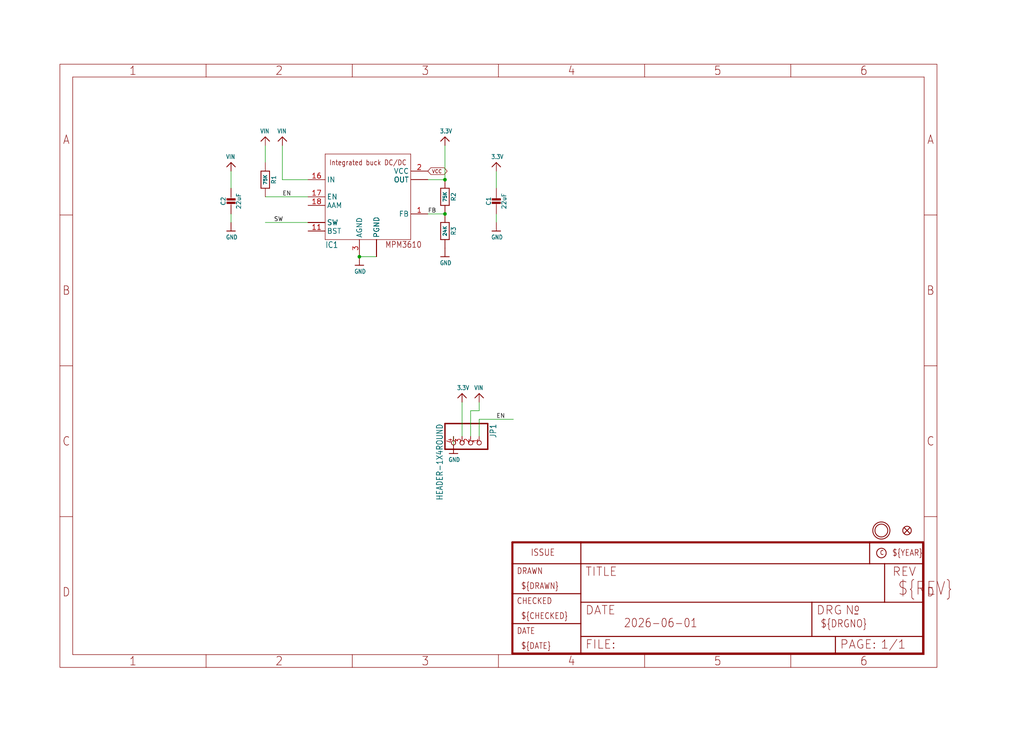
<source format=kicad_sch>
(kicad_sch (version 20250114) (generator "eeschema") (generator_version "9.0")
  (paper "User" 303.962 217.322)
  (lib_symbols
    (symbol "Adafruit MPM3610-eagle-import:3.3V" (power)
      (symbol "3.3V_1_0"
        (polyline (pts (xy -1.27 -1.27) (xy 0 0)) (stroke (width 0.254)))
        (polyline (pts (xy 0 0) (xy 1.27 -1.27)) (stroke (width 0.254)))
        (pin power_in line (at 0 -2.54 90) (length 2.54) (name "3.3V") (number "1"))
      )
    )
    (symbol "Adafruit MPM3610-eagle-import:CAP_CERAMIC0805-NOOUTLINE"
      (property "Reference" "C" (at -2.29 1.25 90))
      (symbol "CAP_CERAMIC0805-NOOUTLINE_1_0"
        (rectangle (start -1.27 1.524) (end 1.27 2.032) (fill (type outline)))
        (rectangle (start -1.27 0.508) (end 1.27 1.016) (fill (type outline)))
        (polyline (pts (xy 0 2.54) (xy 0 1.778)) (stroke (width 0.1524)))
        (polyline (pts (xy 0 0.762) (xy 0 0)) (stroke (width 0.1524)))
        (pin passive line (at 0 5.08 270) (length 2.54) (name "1") (number "1"))
        (pin passive line (at 0 -2.54 90) (length 2.54) (name "2") (number "2"))
      )
    )
    (symbol "Adafruit MPM3610-eagle-import:FIDUCIAL_1MM"
      (symbol "FIDUCIAL_1MM_1_0"
        (polyline (pts (xy -0.762 0.762) (xy 0.762 -0.762)) (stroke (width 0.254)))
        (circle (center 0 0) (radius 1.27) (stroke (width 0.254)))
        (polyline (pts (xy 0.762 0.762) (xy -0.762 -0.762)) (stroke (width 0.254)))
      )
    )
    (symbol "Adafruit MPM3610-eagle-import:FRAME_A4"
      (symbol "FRAME_A4_1_0"
        (polyline (pts (xy 0 179.07) (xy 260.35 179.07) (xy 260.35 0) (xy 0 0) (xy 0 179.07)))
        (polyline (pts (xy 0 134.3025) (xy 3.81 134.3025)))
        (polyline (pts (xy 0 89.535) (xy 3.81 89.535)))
        (polyline (pts (xy 0 44.7675) (xy 3.81 44.7675)))
        (polyline (pts (xy 3.81 175.26) (xy 3.81 3.81)))
        (polyline (pts (xy 43.3917 179.07) (xy 43.3917 175.26)))
        (polyline (pts (xy 43.3917 3.81) (xy 43.3917 0)))
        (polyline (pts (xy 86.7833 179.07) (xy 86.7833 175.26)))
        (polyline (pts (xy 86.7833 3.81) (xy 86.7833 0)))
        (polyline (pts (xy 130.175 179.07) (xy 130.175 175.26)))
        (polyline (pts (xy 130.175 3.81) (xy 130.175 0)))
        (polyline (pts (xy 173.5667 179.07) (xy 173.5667 175.26)))
        (polyline (pts (xy 173.5667 3.81) (xy 173.5667 0)))
        (polyline (pts (xy 216.9583 179.07) (xy 216.9583 175.26)))
        (polyline (pts (xy 216.9583 3.81) (xy 216.9583 0)))
        (polyline (pts (xy 256.54 175.26) (xy 3.81 175.26)))
        (polyline (pts (xy 256.54 175.26) (xy 256.54 3.81)))
        (polyline (pts (xy 256.54 134.3025) (xy 260.35 134.3025)))
        (polyline (pts (xy 256.54 89.535) (xy 260.35 89.535)))
        (polyline (pts (xy 256.54 44.7675) (xy 260.35 44.7675)))
        (polyline (pts (xy 256.54 19.05) (xy 256.54 36.83)) (stroke (width 0.1016)))
        (polyline (pts (xy 256.54 13.97) (xy 256.54 19.05)) (stroke (width 0.1016)))
        (polyline (pts (xy 256.54 8.89) (xy 256.54 13.97)) (stroke (width 0.1016)))
        (polyline (pts (xy 256.54 3.81) (xy 3.81 3.81)))
        (polyline (pts (xy 256.54 3.81) (xy 256.54 8.89)) (stroke (width 0.1016)))
        (text "A" (at 1.905 156.6863 0) (effects (font (size 2.54 2.286))))
        (text "B" (at 1.905 111.9188 0) (effects (font (size 2.54 2.286))))
        (text "C" (at 1.905 67.1513 0) (effects (font (size 2.54 2.286))))
        (text "D" (at 1.905 22.3838 0) (effects (font (size 2.54 2.286))))
        (text "1" (at 21.6958 177.165 0) (effects (font (size 2.54 2.286))))
        (text "1" (at 21.6958 1.905 0) (effects (font (size 2.54 2.286))))
        (text "2" (at 65.0875 177.165 0) (effects (font (size 2.54 2.286))))
        (text "2" (at 65.0875 1.905 0) (effects (font (size 2.54 2.286))))
        (text "3" (at 108.4792 177.165 0) (effects (font (size 2.54 2.286))))
        (text "3" (at 108.4792 1.905 0) (effects (font (size 2.54 2.286))))
        (text "4" (at 151.8708 177.165 0) (effects (font (size 2.54 2.286))))
        (text "4" (at 151.8708 1.905 0) (effects (font (size 2.54 2.286))))
        (text "5" (at 195.2625 177.165 0) (effects (font (size 2.54 2.286))))
        (text "5" (at 195.2625 1.905 0) (effects (font (size 2.54 2.286))))
        (text "6" (at 238.6542 177.165 0) (effects (font (size 2.54 2.286))))
        (text "6" (at 238.6542 1.905 0) (effects (font (size 2.54 2.286))))
        (text "A" (at 258.445 156.6863 0) (effects (font (size 2.54 2.286))))
        (text "B" (at 258.445 111.9188 0) (effects (font (size 2.54 2.286))))
        (text "C" (at 258.445 67.1513 0) (effects (font (size 2.54 2.286))))
        (text "D" (at 258.445 22.3838 0) (effects (font (size 2.54 2.286))))
      )
      (symbol "FRAME_A4_2_0"
        (polyline (pts (xy -0.3048 34.5948) (xy -0.3048 28.2448)) (stroke (width 0.6096)))
        (polyline (pts (xy -0.3048 28.2448) (xy -0.3048 19.3548)) (stroke (width 0.6096)))
        (polyline (pts (xy -0.3048 28.2448) (xy 20.0152 28.2448)) (stroke (width 0.3048)))
        (polyline (pts (xy -0.3048 19.3548) (xy -0.3048 10.4648)) (stroke (width 0.6096)))
        (polyline (pts (xy -0.3048 19.3548) (xy 20.0152 19.3548)) (stroke (width 0.3048)))
        (polyline (pts (xy -0.3048 10.4648) (xy -0.3048 1.5748)) (stroke (width 0.6096)))
        (polyline (pts (xy -0.3048 10.4648) (xy 20.0152 10.4648)) (stroke (width 0.3048)))
        (polyline (pts (xy -0.3048 1.5748) (xy 20.0152 1.5748)) (stroke (width 0.6096)))
        (polyline (pts (xy 20.0152 34.5948) (xy -0.3048 34.5948)) (stroke (width 0.6096)))
        (polyline (pts (xy 20.0152 28.2448) (xy 20.0152 34.5948)) (stroke (width 0.3048)))
        (polyline (pts (xy 20.0152 28.2448) (xy 105.7402 28.2448)) (stroke (width 0.3048)))
        (polyline (pts (xy 20.0152 19.3548) (xy 20.0152 28.2448)) (stroke (width 0.3048)))
        (polyline (pts (xy 20.0152 16.8148) (xy 20.0152 19.3548)) (stroke (width 0.3048)))
        (polyline (pts (xy 20.0152 10.4648) (xy 20.0152 16.8148)) (stroke (width 0.3048)))
        (polyline (pts (xy 20.0152 6.6548) (xy 20.0152 10.4648)) (stroke (width 0.3048)))
        (polyline (pts (xy 20.0152 6.6548) (xy 88.5952 6.6548)) (stroke (width 0.3048)))
        (polyline (pts (xy 20.0152 1.5748) (xy 20.0152 6.6548)) (stroke (width 0.3048)))
        (polyline (pts (xy 20.0152 1.5748) (xy 95.5802 1.5748)) (stroke (width 0.6096)))
        (polyline (pts (xy 88.5952 16.8148) (xy 20.0152 16.8148)) (stroke (width 0.3048)))
        (polyline (pts (xy 88.5952 16.8148) (xy 88.5952 6.6548)) (stroke (width 0.3048)))
        (polyline (pts (xy 88.5952 6.6548) (xy 95.5802 6.6548)) (stroke (width 0.3048)))
        (polyline (pts (xy 95.5802 6.6548) (xy 95.5802 1.5748)) (stroke (width 0.3048)))
        (polyline (pts (xy 95.5802 6.6548) (xy 121.6152 6.6548)) (stroke (width 0.3048)))
        (polyline (pts (xy 95.5802 1.5748) (xy 121.6152 1.5748)) (stroke (width 0.6096)))
        (polyline (pts (xy 101.2952 13.3223) (xy 102.2477 13.3223)) (stroke (width 0.254)))
        (polyline (pts (xy 105.7402 34.5948) (xy 20.0152 34.5948)) (stroke (width 0.6096)))
        (polyline (pts (xy 105.7402 28.2448) (xy 105.7402 34.5948)) (stroke (width 0.3048)))
        (polyline (pts (xy 105.7402 28.2448) (xy 110.1852 28.2448)) (stroke (width 0.3048)))
        (circle (center 109.2327 31.4198) (radius 1.4199) (stroke (width 0.254)))
        (polyline (pts (xy 110.1852 28.2448) (xy 110.1852 16.8148)) (stroke (width 0.3048)))
        (polyline (pts (xy 110.1852 28.2448) (xy 121.6152 28.2448)) (stroke (width 0.3048)))
        (polyline (pts (xy 110.1852 16.8148) (xy 88.5952 16.8148)) (stroke (width 0.3048)))
        (polyline (pts (xy 121.6152 34.5948) (xy 105.7402 34.5948)) (stroke (width 0.6096)))
        (polyline (pts (xy 121.6152 34.5948) (xy 121.6152 28.2448)) (stroke (width 0.6096)))
        (polyline (pts (xy 121.6152 28.2448) (xy 121.6152 16.8148)) (stroke (width 0.6096)))
        (polyline (pts (xy 121.6152 16.8148) (xy 110.1852 16.8148)) (stroke (width 0.3048)))
        (polyline (pts (xy 121.6152 16.8148) (xy 121.6152 6.6548)) (stroke (width 0.6096)))
        (polyline (pts (xy 121.6152 6.6548) (xy 121.6152 1.5748)) (stroke (width 0.6096)))
        (text "DRAWN" (at 0.9652 25.0698 0) (effects (font (size 1.778 1.5113)) (justify left bottom)))
        (text "CHECKED" (at 0.9652 16.1798 0) (effects (font (size 1.778 1.5113)) (justify left bottom)))
        (text "DATE" (at 0.9652 7.2898 0) (effects (font (size 1.778 1.5113)) (justify left bottom)))
        (text "${DRAWN}" (at 2.2352 20.6248 0) (effects (font (size 1.778 1.5113)) (justify left bottom)))
        (text "${CHECKED}" (at 2.2352 11.7348 0) (effects (font (size 1.778 1.5113)) (justify left bottom)))
        (text "${DATE}" (at 2.2352 2.8448 0) (effects (font (size 1.778 1.5113)) (justify left bottom)))
        (text "ISSUE" (at 5.0927 30.4673 0) (effects (font (size 1.9304 1.6408)) (justify left bottom)))
        (text "TITLE" (at 21.2852 24.4348 0) (effects (font (size 2.54 2.54)) (justify left bottom)))
        (text "DATE" (at 21.2852 13.0048 0) (effects (font (size 2.54 2.54)) (justify left bottom)))
        (text "FILE:" (at 21.2852 2.8448 0) (effects (font (size 2.54 2.54)) (justify left bottom)))
        (text "${COMPANY}" (at 23.349 29.6735 0) (effects (font (size 3.175 2.6987) (thickness 0.5397) (bold yes)) (justify left bottom)))
        (text "${CURRENT_DATE}" (at 32.7152 9.1948 0) (effects (font (size 2.54 2.159)) (justify left bottom)))
        (text "${PROJECTNAME}" (at 33.0327 2.8448 0) (effects (font (size 2.54 2.159)) (justify left bottom)))
        (text "DRG" (at 89.8652 13.0048 0) (effects (font (size 2.54 2.54)) (justify left bottom)))
        (text "${DRGNO}" (at 91.1352 9.1948 0) (effects (font (size 2.1844 1.8567)) (justify left bottom)))
        (text "PAGE:" (at 96.8502 2.8448 0) (effects (font (size 2.54 2.54)) (justify left bottom)))
        (text "N" (at 98.4377 13.0048 0) (effects (font (size 2.54 2.54)) (justify left bottom)))
        (text "o" (at 100.9777 13.9573 0) (effects (font (size 2.1844 1.8567)) (justify left bottom)))
        (text "C" (at 108.7564 30.7848 0) (effects (font (size 1.27 1.0795)) (justify left bottom)))
        (text "${#}/${##}" (at 108.9152 2.8448 0) (effects (font (size 2.54 2.54)) (justify left bottom)))
        (text "${YEAR}" (at 112.4077 30.4673 0) (effects (font (size 1.778 1.5113)) (justify left bottom)))
        (text "REV" (at 112.4077 24.4348 0) (effects (font (size 2.54 2.54)) (justify left bottom)))
        (text "${REV}" (at 113.9952 18.7198 0) (effects (font (size 3.81 3.2385)) (justify left bottom)))
      )
    )
    (symbol "Adafruit MPM3610-eagle-import:GND" (power)
      (symbol "GND_1_0"
        (polyline (pts (xy -1.27 0) (xy 1.27 0)) (stroke (width 0.254)))
        (pin power_in line (at 0 2.54 270) (length 2.54) (name "GND") (number "1"))
      )
    )
    (symbol "Adafruit MPM3610-eagle-import:HEADER-1X4ROUND"
      (property "Reference" "JP" (at -6.35 8.255 0))
      (symbol "HEADER-1X4ROUND_1_0"
        (polyline (pts (xy -6.35 7.62) (xy -6.35 -5.08)) (stroke (width 0.4064)))
        (polyline (pts (xy -6.35 -5.08) (xy 1.27 -5.08)) (stroke (width 0.4064)))
        (polyline (pts (xy 1.27 7.62) (xy -6.35 7.62)) (stroke (width 0.4064)))
        (polyline (pts (xy 1.27 -5.08) (xy 1.27 7.62)) (stroke (width 0.4064)))
        (pin passive inverted (at -2.54 5.08 0) (length 2.54) (name "1") (number "1"))
        (pin passive inverted (at -2.54 2.54 0) (length 2.54) (name "2") (number "2"))
        (pin passive inverted (at -2.54 0 0) (length 2.54) (name "3") (number "3"))
        (pin passive inverted (at -2.54 -2.54 0) (length 2.54) (name "4") (number "4"))
      )
    )
    (symbol "Adafruit MPM3610-eagle-import:MOUNTINGHOLE2.5"
      (symbol "MOUNTINGHOLE2.5_1_0"
        (circle (center 0 0) (radius 1.905) (stroke (width 0.254)))
        (circle (center 0 0) (radius 2.54) (stroke (width 0.254)))
      )
    )
    (symbol "Adafruit MPM3610-eagle-import:MPM3610"
      (property "Reference" "IC" (at -12.7 -15.24 0))
      (symbol "MPM3610_1_0"
        (polyline (pts (xy -12.7 12.7) (xy -12.7 -12.7)) (stroke (width 0.1524)))
        (polyline (pts (xy -12.7 -12.7) (xy 12.7 -12.7)) (stroke (width 0.1524)))
        (polyline (pts (xy 12.7 12.7) (xy -12.7 12.7)) (stroke (width 0.1524)))
        (polyline (pts (xy 12.7 -12.7) (xy 12.7 12.7)) (stroke (width 0.1524)))
        (text "Integrated buck DC/DC" (at 0 10.16 0) (effects (font (size 1.524 1.2954))))
        (text "MPM3610" (at 5.08 -15.24 0) (effects (font (size 1.778 1.5113)) (justify left bottom)))
        (pin power_in line (at -17.78 5.08 0) (length 5.08) (name "IN") (number "16"))
        (pin input line (at -17.78 0 0) (length 5.08) (name "EN") (number "17"))
        (pin input line (at -17.78 -2.54 0) (length 5.08) (name "AAM") (number "18"))
        (pin passive line (at -17.78 -7.62 0) (length 5.08) (name "SW") (number "4"))
        (pin passive line (at -17.78 -7.62 0) (length 5.08) (name "SW") (number "5"))
        (pin passive line (at -17.78 -7.62 0) (length 5.08) (name "SW") (number "6"))
        (pin passive line (at -17.78 -10.16 0) (length 5.08) (name "BST") (number "11"))
        (pin power_in line (at -2.54 -17.78 90) (length 5.08) (name "AGND") (number "3"))
        (pin power_in line (at 2.54 -17.78 90) (length 5.08) (name "PGND") (number "12"))
        (pin power_in line (at 2.54 -17.78 90) (length 5.08) (name "PGND") (number "13"))
        (pin power_in line (at 2.54 -17.78 90) (length 5.08) (name "PGND") (number "14"))
        (pin power_in line (at 17.78 7.62 180) (length 5.08) (name "VCC") (number "2"))
        (pin power_in line (at 17.78 5.08 180) (length 5.08) (name "OUT") (number "7"))
        (pin power_in line (at 17.78 5.08 180) (length 5.08) (name "OUT") (number "8"))
        (pin power_in line (at 17.78 5.08 180) (length 5.08) (name "OUT") (number "9"))
        (pin input line (at 17.78 -5.08 180) (length 5.08) (name "FB") (number "1"))
      )
    )
    (symbol "Adafruit MPM3610-eagle-import:RESISTOR_0603_NOOUT"
      (property "Reference" "R" (at 0 2.54 0))
      (symbol "RESISTOR_0603_NOOUT_1_0"
        (polyline (pts (xy -2.54 1.27) (xy 2.54 1.27)) (stroke (width 0.254)))
        (polyline (pts (xy -2.54 -1.27) (xy -2.54 1.27)) (stroke (width 0.254)))
        (polyline (pts (xy 2.54 1.27) (xy 2.54 -1.27)) (stroke (width 0.254)))
        (polyline (pts (xy 2.54 -1.27) (xy -2.54 -1.27)) (stroke (width 0.254)))
        (pin passive line (at -5.08 0 0) (length 2.54) (name "1") (number "1"))
        (pin passive line (at 5.08 0 180) (length 2.54) (name "2") (number "2"))
      )
    )
    (symbol "Adafruit MPM3610-eagle-import:VIN" (power)
      (symbol "VIN_1_0"
        (polyline (pts (xy -1.27 -1.27) (xy 0 0)) (stroke (width 0.254)))
        (polyline (pts (xy 0 0) (xy 1.27 -1.27)) (stroke (width 0.254)))
        (pin power_in line (at 0 -2.54 90) (length 2.54) (name "VIN") (number "1"))
      )
    )
  )
  (junction (at 132.08 53.34))
  (junction (at 106.68 76.2))
  (junction (at 132.08 63.5))
  (wire (pts (xy 137.16 129.54) (xy 137.16 119.38)) (stroke (width 0.1524)))
  (wire (pts (xy 83.82 53.34) (xy 91.44 53.34)) (stroke (width 0.1524)))
  (wire (pts (xy 132.08 53.34) (xy 127 53.34)) (stroke (width 0.1524)))
  (wire (pts (xy 139.7 129.54) (xy 139.7 121.92)) (stroke (width 0.1524)))
  (wire (pts (xy 91.44 58.42) (xy 78.74 58.42)) (stroke (width 0.1524)))
  (wire (pts (xy 147.32 55.88) (xy 147.32 50.8)) (stroke (width 0.1524)))
  (wire (pts (xy 132.08 43.18) (xy 132.08 53.34)) (stroke (width 0.1524)))
  (wire (pts (xy 91.44 66.04) (xy 78.74 66.04)) (stroke (width 0.1524)))
  (wire (pts (xy 68.58 50.8) (xy 68.58 55.88)) (stroke (width 0.1524)))
  (wire (pts (xy 147.32 63.5) (xy 147.32 66.04)) (stroke (width 0.1524)))
  (wire (pts (xy 142.24 129.54) (xy 142.24 124.46)) (stroke (width 0.1524)))
  (wire (pts (xy 68.58 63.5) (xy 68.58 66.04)) (stroke (width 0.1524)))
  (wire (pts (xy 142.24 121.92) (xy 142.24 119.38)) (stroke (width 0.1524)))
  (wire (pts (xy 83.82 43.18) (xy 83.82 53.34)) (stroke (width 0.1524)))
  (wire (pts (xy 78.74 48.26) (xy 78.74 43.18)) (stroke (width 0.1524)))
  (wire (pts (xy 127 63.5) (xy 132.08 63.5)) (stroke (width 0.1524)))
  (wire (pts (xy 152.4 124.46) (xy 142.24 124.46)) (stroke (width 0.1524)))
  (wire (pts (xy 139.7 121.92) (xy 142.24 121.92)) (stroke (width 0.1524)))
  (wire (pts (xy 134.62 129.54) (xy 134.62 132.08)) (stroke (width 0.1524)))
  (wire (pts (xy 111.76 76.2) (xy 106.68 76.2)) (stroke (width 0.1524)))
  (label "SW" (at 81.28 66.04 0) (effects (font (size 1.2446 1.2446))))
  (label "EN" (at 147.32 124.46 0) (effects (font (size 1.2446 1.2446))))
  (label "FB" (at 127 63.5 0) (effects (font (size 1.2446 1.2446))))
  (label "EN" (at 83.82 58.42 0) (effects (font (size 1.2446 1.2446))))
  (global_label "VCC" (shape bidirectional) (at 127 50.8 0) (effects (font (size 1.016 1.016))) (property "Intersheetrefs" "${INTERSHEET_REFS}" (effects (hide yes))))
  (symbol (lib_id "Adafruit MPM3610-eagle-import:RESISTOR_0603_NOOUT") (at 132.08 58.42 270) (unit 1)
    (property "Reference" "R2" (at 134.62 58.42 0))
    (property "Value" "75K" (at 132.08 58.42 0) (effects (font (size 1.016 1.016) (thickness 0.2032) (bold yes))))
    (property "Footprint" "Adafruit MPM3610:0603-NO" (effects (hide yes)))
  )
  (symbol (lib_id "Adafruit MPM3610-eagle-import:RESISTOR_0603_NOOUT") (at 78.74 53.34 270) (unit 1)
    (property "Reference" "R1" (at 81.28 53.34 0))
    (property "Value" "75K" (at 78.74 53.34 0) (effects (font (size 1.016 1.016) (thickness 0.2032) (bold yes))))
    (property "Footprint" "Adafruit MPM3610:0603-NO" (effects (hide yes)))
  )
  (symbol (lib_id "Adafruit MPM3610-eagle-import:FRAME_A4") (at 152.4 195.58 0) (unit 2)
    (property "Reference" "#FRAME1" (effects (hide yes)))
    (property "Value" "FRAME_A4" (effects (hide yes)))
  )
  (symbol (lib_id "Adafruit MPM3610-eagle-import:VIN") (at 68.58 48.26 0) (unit 1)
    (property "Reference" "#U$4" (effects (hide yes)))
    (property "Value" "VIN" (at 67.056 47.244 0) (effects (font (size 1.27 1.0795)) (justify left bottom)))
  )
  (symbol (lib_id "Adafruit MPM3610-eagle-import:3.3V") (at 132.08 40.64 0) (unit 1)
    (property "Reference" "#U$15" (effects (hide yes)))
    (property "Value" "3.3V" (at 130.556 39.624 0) (effects (font (size 1.27 1.0795)) (justify left bottom)))
  )
  (symbol (lib_id "Adafruit MPM3610-eagle-import:GND") (at 134.62 134.62 0) (unit 1)
    (property "Reference" "#U$8" (effects (hide yes)))
    (property "Value" "GND" (at 133.096 137.16 0) (effects (font (size 1.27 1.0795)) (justify left bottom)))
  )
  (symbol (lib_id "Adafruit MPM3610-eagle-import:GND") (at 147.32 68.58 0) (unit 1)
    (property "Reference" "#U$1" (effects (hide yes)))
    (property "Value" "GND" (at 145.796 71.12 0) (effects (font (size 1.27 1.0795)) (justify left bottom)))
  )
  (symbol (lib_id "Adafruit MPM3610-eagle-import:CAP_CERAMIC0805-NOOUTLINE") (at 147.32 60.96 0) (unit 1)
    (property "Reference" "C1" (at 145.03 59.71 90))
    (property "Value" "22uF" (at 149.62 59.71 90))
    (property "Footprint" "Adafruit MPM3610:0805-NO" (effects (hide yes)))
  )
  (symbol (lib_id "Adafruit MPM3610-eagle-import:FIDUCIAL_1MM") (at 269.24 157.48 0) (unit 1)
    (property "Reference" "FID1" (effects (hide yes)))
    (property "Value" "FIDUCIAL_1MM" (effects (hide yes)))
    (property "Footprint" "Adafruit MPM3610:FIDUCIAL_1MM" (effects (hide yes)))
  )
  (symbol (lib_id "Adafruit MPM3610-eagle-import:VIN") (at 142.24 116.84 0) (unit 1)
    (property "Reference" "#U$6" (effects (hide yes)))
    (property "Value" "VIN" (at 140.716 115.824 0) (effects (font (size 1.27 1.0795)) (justify left bottom)))
  )
  (symbol (lib_id "Adafruit MPM3610-eagle-import:GND") (at 68.58 68.58 0) (unit 1)
    (property "Reference" "#U$3" (effects (hide yes)))
    (property "Value" "GND" (at 67.056 71.12 0) (effects (font (size 1.27 1.0795)) (justify left bottom)))
  )
  (symbol (lib_id "Adafruit MPM3610-eagle-import:GND") (at 132.08 76.2 0) (unit 1)
    (property "Reference" "#U$5" (effects (hide yes)))
    (property "Value" "GND" (at 130.556 78.74 0) (effects (font (size 1.27 1.0795)) (justify left bottom)))
  )
  (symbol (lib_id "Adafruit MPM3610-eagle-import:VIN") (at 83.82 40.64 0) (unit 1)
    (property "Reference" "#U$14" (effects (hide yes)))
    (property "Value" "VIN" (at 82.296 39.624 0) (effects (font (size 1.27 1.0795)) (justify left bottom)))
  )
  (symbol (lib_id "Adafruit MPM3610-eagle-import:HEADER-1X4ROUND") (at 137.16 132.08 270) (unit 1)
    (property "Reference" "JP1" (at 145.415 125.73 0) (effects (font (size 1.778 1.5113)) (justify left bottom)))
    (property "Value" "HEADER-1X4ROUND" (at 129.54 125.73 0) (effects (font (size 1.778 1.5113)) (justify left bottom)))
    (property "Footprint" "Adafruit MPM3610:1X04_ROUND" (effects (hide yes)))
  )
  (symbol (lib_id "Adafruit MPM3610-eagle-import:GND") (at 106.68 78.74 0) (unit 1)
    (property "Reference" "#U$13" (effects (hide yes)))
    (property "Value" "GND" (at 105.156 81.28 0) (effects (font (size 1.27 1.0795)) (justify left bottom)))
  )
  (symbol (lib_id "Adafruit MPM3610-eagle-import:FRAME_A4") (at 17.78 198.12 0) (unit 1)
    (property "Reference" "#FRAME1" (effects (hide yes)))
    (property "Value" "FRAME_A4" (effects (hide yes)))
  )
  (symbol (lib_id "Adafruit MPM3610-eagle-import:3.3V") (at 137.16 116.84 0) (unit 1)
    (property "Reference" "#U$7" (effects (hide yes)))
    (property "Value" "3.3V" (at 135.636 115.824 0) (effects (font (size 1.27 1.0795)) (justify left bottom)))
  )
  (symbol (lib_id "Adafruit MPM3610-eagle-import:RESISTOR_0603_NOOUT") (at 132.08 68.58 270) (unit 1)
    (property "Reference" "R3" (at 134.62 68.58 0))
    (property "Value" "24K" (at 132.08 68.58 0) (effects (font (size 1.016 1.016) (thickness 0.2032) (bold yes))))
    (property "Footprint" "Adafruit MPM3610:0603-NO" (effects (hide yes)))
  )
  (symbol (lib_id "Adafruit MPM3610-eagle-import:MPM3610") (at 109.22 58.42 0) (unit 1)
    (property "Reference" "IC1" (at 96.52 73.66 0) (effects (font (size 1.778 1.5113)) (justify left bottom)))
    (property "Value" "MPM3610" (effects (hide yes)))
    (property "Footprint" "Adafruit MPM3610:MPM3610" (effects (hide yes)))
  )
  (symbol (lib_id "Adafruit MPM3610-eagle-import:CAP_CERAMIC0805-NOOUTLINE") (at 68.58 60.96 0) (unit 1)
    (property "Reference" "C2" (at 66.29 59.71 90))
    (property "Value" "22uF" (at 70.88 59.71 90))
    (property "Footprint" "Adafruit MPM3610:0805-NO" (effects (hide yes)))
  )
  (symbol (lib_id "Adafruit MPM3610-eagle-import:MOUNTINGHOLE2.5") (at 261.62 157.48 0) (unit 1)
    (property "Reference" "U$9" (effects (hide yes)))
    (property "Value" "MOUNTINGHOLE2.5" (effects (hide yes)))
    (property "Footprint" "Adafruit MPM3610:MOUNTINGHOLE_2.5_PLATED" (effects (hide yes)))
  )
  (symbol (lib_id "Adafruit MPM3610-eagle-import:VIN") (at 78.74 40.64 0) (unit 1)
    (property "Reference" "#U$12" (effects (hide yes)))
    (property "Value" "VIN" (at 77.216 39.624 0) (effects (font (size 1.27 1.0795)) (justify left bottom)))
  )
  (symbol (lib_id "Adafruit MPM3610-eagle-import:3.3V") (at 147.32 48.26 0) (unit 1)
    (property "Reference" "#U$2" (effects (hide yes)))
    (property "Value" "3.3V" (at 145.796 47.244 0) (effects (font (size 1.27 1.0795)) (justify left bottom)))
  )
)
</source>
